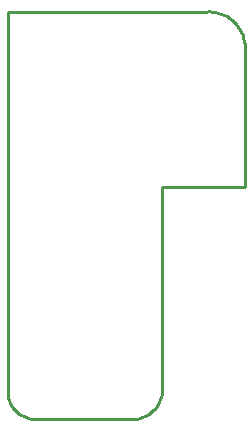
<source format=gbr>
G04 EAGLE Gerber RS-274X export*
G75*
%MOMM*%
%FSLAX34Y34*%
%LPD*%
%IN*%
%IPPOS*%
%AMOC8*
5,1,8,0,0,1.08239X$1,22.5*%
G01*
%ADD10C,0.254000*%


D10*
X0Y-107696D02*
X69Y-109778D01*
X319Y-111846D01*
X748Y-113884D01*
X1353Y-115877D01*
X2130Y-117810D01*
X3072Y-119668D01*
X4172Y-121437D01*
X5423Y-123103D01*
X6814Y-124653D01*
X8334Y-126077D01*
X9973Y-127362D01*
X11718Y-128500D01*
X13555Y-129482D01*
X15471Y-130299D01*
X17451Y-130947D01*
X19480Y-131419D01*
X21542Y-131713D01*
X23622Y-131826D01*
X105410Y-131826D01*
X107624Y-131729D01*
X109821Y-131440D01*
X111984Y-130961D01*
X114097Y-130294D01*
X116145Y-129446D01*
X118110Y-128423D01*
X119979Y-127232D01*
X121737Y-125884D01*
X123371Y-124387D01*
X124868Y-122753D01*
X126216Y-120995D01*
X127407Y-119126D01*
X128430Y-117161D01*
X129278Y-115113D01*
X129945Y-113000D01*
X130424Y-110837D01*
X130713Y-108640D01*
X130810Y-106426D01*
X130810Y65024D01*
X200660Y65024D01*
X200660Y185420D01*
X200323Y188067D01*
X199756Y190674D01*
X198964Y193222D01*
X197953Y195692D01*
X196731Y198063D01*
X195306Y200320D01*
X193691Y202443D01*
X191896Y204418D01*
X189937Y206229D01*
X187826Y207862D01*
X185582Y209305D01*
X183220Y210546D01*
X180759Y211578D01*
X178218Y212391D01*
X175615Y212979D01*
X172971Y213338D01*
X170306Y213465D01*
X167640Y213360D01*
X0Y213360D01*
X0Y-107696D01*
M02*

</source>
